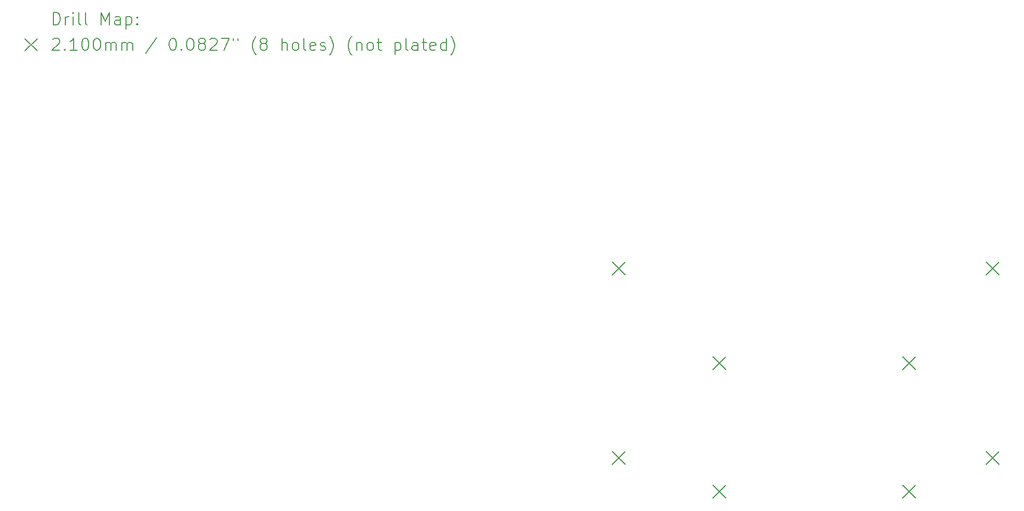
<source format=gbr>
%TF.GenerationSoftware,KiCad,Pcbnew,7.0.5*%
%TF.CreationDate,2024-02-27T08:06:42+01:00*%
%TF.ProjectId,Zeitmessung,5a656974-6d65-4737-9375-6e672e6b6963,rev?*%
%TF.SameCoordinates,Original*%
%TF.FileFunction,Drillmap*%
%TF.FilePolarity,Positive*%
%FSLAX45Y45*%
G04 Gerber Fmt 4.5, Leading zero omitted, Abs format (unit mm)*
G04 Created by KiCad (PCBNEW 7.0.5) date 2024-02-27 08:06:42*
%MOMM*%
%LPD*%
G01*
G04 APERTURE LIST*
%ADD10C,0.200000*%
%ADD11C,0.210000*%
G04 APERTURE END LIST*
D10*
D11*
X9395000Y-4195000D02*
X9605000Y-4405000D01*
X9605000Y-4195000D02*
X9395000Y-4405000D01*
X9395000Y-7295000D02*
X9605000Y-7505000D01*
X9605000Y-7295000D02*
X9395000Y-7505000D01*
X11035000Y-5745000D02*
X11245000Y-5955000D01*
X11245000Y-5745000D02*
X11035000Y-5955000D01*
X11035000Y-7845000D02*
X11245000Y-8055000D01*
X11245000Y-7845000D02*
X11035000Y-8055000D01*
X14135000Y-5745000D02*
X14345000Y-5955000D01*
X14345000Y-5745000D02*
X14135000Y-5955000D01*
X14135000Y-7845000D02*
X14345000Y-8055000D01*
X14345000Y-7845000D02*
X14135000Y-8055000D01*
X15495000Y-4195000D02*
X15705000Y-4405000D01*
X15705000Y-4195000D02*
X15495000Y-4405000D01*
X15495000Y-7295000D02*
X15705000Y-7505000D01*
X15705000Y-7295000D02*
X15495000Y-7505000D01*
D10*
X260777Y-311484D02*
X260777Y-111484D01*
X260777Y-111484D02*
X308396Y-111484D01*
X308396Y-111484D02*
X336967Y-121008D01*
X336967Y-121008D02*
X356015Y-140055D01*
X356015Y-140055D02*
X365539Y-159103D01*
X365539Y-159103D02*
X375062Y-197198D01*
X375062Y-197198D02*
X375062Y-225769D01*
X375062Y-225769D02*
X365539Y-263865D01*
X365539Y-263865D02*
X356015Y-282912D01*
X356015Y-282912D02*
X336967Y-301960D01*
X336967Y-301960D02*
X308396Y-311484D01*
X308396Y-311484D02*
X260777Y-311484D01*
X460777Y-311484D02*
X460777Y-178150D01*
X460777Y-216246D02*
X470301Y-197198D01*
X470301Y-197198D02*
X479824Y-187674D01*
X479824Y-187674D02*
X498872Y-178150D01*
X498872Y-178150D02*
X517920Y-178150D01*
X584586Y-311484D02*
X584586Y-178150D01*
X584586Y-111484D02*
X575063Y-121008D01*
X575063Y-121008D02*
X584586Y-130531D01*
X584586Y-130531D02*
X594110Y-121008D01*
X594110Y-121008D02*
X584586Y-111484D01*
X584586Y-111484D02*
X584586Y-130531D01*
X708396Y-311484D02*
X689348Y-301960D01*
X689348Y-301960D02*
X679824Y-282912D01*
X679824Y-282912D02*
X679824Y-111484D01*
X813158Y-311484D02*
X794110Y-301960D01*
X794110Y-301960D02*
X784586Y-282912D01*
X784586Y-282912D02*
X784586Y-111484D01*
X1041729Y-311484D02*
X1041729Y-111484D01*
X1041729Y-111484D02*
X1108396Y-254341D01*
X1108396Y-254341D02*
X1175063Y-111484D01*
X1175063Y-111484D02*
X1175063Y-311484D01*
X1356015Y-311484D02*
X1356015Y-206722D01*
X1356015Y-206722D02*
X1346491Y-187674D01*
X1346491Y-187674D02*
X1327444Y-178150D01*
X1327444Y-178150D02*
X1289348Y-178150D01*
X1289348Y-178150D02*
X1270301Y-187674D01*
X1356015Y-301960D02*
X1336967Y-311484D01*
X1336967Y-311484D02*
X1289348Y-311484D01*
X1289348Y-311484D02*
X1270301Y-301960D01*
X1270301Y-301960D02*
X1260777Y-282912D01*
X1260777Y-282912D02*
X1260777Y-263865D01*
X1260777Y-263865D02*
X1270301Y-244817D01*
X1270301Y-244817D02*
X1289348Y-235293D01*
X1289348Y-235293D02*
X1336967Y-235293D01*
X1336967Y-235293D02*
X1356015Y-225769D01*
X1451253Y-178150D02*
X1451253Y-378150D01*
X1451253Y-187674D02*
X1470301Y-178150D01*
X1470301Y-178150D02*
X1508396Y-178150D01*
X1508396Y-178150D02*
X1527443Y-187674D01*
X1527443Y-187674D02*
X1536967Y-197198D01*
X1536967Y-197198D02*
X1546491Y-216246D01*
X1546491Y-216246D02*
X1546491Y-273389D01*
X1546491Y-273389D02*
X1536967Y-292436D01*
X1536967Y-292436D02*
X1527443Y-301960D01*
X1527443Y-301960D02*
X1508396Y-311484D01*
X1508396Y-311484D02*
X1470301Y-311484D01*
X1470301Y-311484D02*
X1451253Y-301960D01*
X1632205Y-292436D02*
X1641729Y-301960D01*
X1641729Y-301960D02*
X1632205Y-311484D01*
X1632205Y-311484D02*
X1622682Y-301960D01*
X1622682Y-301960D02*
X1632205Y-292436D01*
X1632205Y-292436D02*
X1632205Y-311484D01*
X1632205Y-187674D02*
X1641729Y-197198D01*
X1641729Y-197198D02*
X1632205Y-206722D01*
X1632205Y-206722D02*
X1622682Y-197198D01*
X1622682Y-197198D02*
X1632205Y-187674D01*
X1632205Y-187674D02*
X1632205Y-206722D01*
X-200000Y-540000D02*
X0Y-740000D01*
X0Y-540000D02*
X-200000Y-740000D01*
X251253Y-550531D02*
X260777Y-541008D01*
X260777Y-541008D02*
X279824Y-531484D01*
X279824Y-531484D02*
X327444Y-531484D01*
X327444Y-531484D02*
X346491Y-541008D01*
X346491Y-541008D02*
X356015Y-550531D01*
X356015Y-550531D02*
X365539Y-569579D01*
X365539Y-569579D02*
X365539Y-588627D01*
X365539Y-588627D02*
X356015Y-617198D01*
X356015Y-617198D02*
X241729Y-731484D01*
X241729Y-731484D02*
X365539Y-731484D01*
X451253Y-712436D02*
X460777Y-721960D01*
X460777Y-721960D02*
X451253Y-731484D01*
X451253Y-731484D02*
X441729Y-721960D01*
X441729Y-721960D02*
X451253Y-712436D01*
X451253Y-712436D02*
X451253Y-731484D01*
X651253Y-731484D02*
X536967Y-731484D01*
X594110Y-731484D02*
X594110Y-531484D01*
X594110Y-531484D02*
X575063Y-560055D01*
X575063Y-560055D02*
X556015Y-579103D01*
X556015Y-579103D02*
X536967Y-588627D01*
X775062Y-531484D02*
X794110Y-531484D01*
X794110Y-531484D02*
X813158Y-541008D01*
X813158Y-541008D02*
X822682Y-550531D01*
X822682Y-550531D02*
X832205Y-569579D01*
X832205Y-569579D02*
X841729Y-607674D01*
X841729Y-607674D02*
X841729Y-655293D01*
X841729Y-655293D02*
X832205Y-693389D01*
X832205Y-693389D02*
X822682Y-712436D01*
X822682Y-712436D02*
X813158Y-721960D01*
X813158Y-721960D02*
X794110Y-731484D01*
X794110Y-731484D02*
X775062Y-731484D01*
X775062Y-731484D02*
X756015Y-721960D01*
X756015Y-721960D02*
X746491Y-712436D01*
X746491Y-712436D02*
X736967Y-693389D01*
X736967Y-693389D02*
X727443Y-655293D01*
X727443Y-655293D02*
X727443Y-607674D01*
X727443Y-607674D02*
X736967Y-569579D01*
X736967Y-569579D02*
X746491Y-550531D01*
X746491Y-550531D02*
X756015Y-541008D01*
X756015Y-541008D02*
X775062Y-531484D01*
X965539Y-531484D02*
X984586Y-531484D01*
X984586Y-531484D02*
X1003634Y-541008D01*
X1003634Y-541008D02*
X1013158Y-550531D01*
X1013158Y-550531D02*
X1022682Y-569579D01*
X1022682Y-569579D02*
X1032205Y-607674D01*
X1032205Y-607674D02*
X1032205Y-655293D01*
X1032205Y-655293D02*
X1022682Y-693389D01*
X1022682Y-693389D02*
X1013158Y-712436D01*
X1013158Y-712436D02*
X1003634Y-721960D01*
X1003634Y-721960D02*
X984586Y-731484D01*
X984586Y-731484D02*
X965539Y-731484D01*
X965539Y-731484D02*
X946491Y-721960D01*
X946491Y-721960D02*
X936967Y-712436D01*
X936967Y-712436D02*
X927443Y-693389D01*
X927443Y-693389D02*
X917920Y-655293D01*
X917920Y-655293D02*
X917920Y-607674D01*
X917920Y-607674D02*
X927443Y-569579D01*
X927443Y-569579D02*
X936967Y-550531D01*
X936967Y-550531D02*
X946491Y-541008D01*
X946491Y-541008D02*
X965539Y-531484D01*
X1117920Y-731484D02*
X1117920Y-598150D01*
X1117920Y-617198D02*
X1127444Y-607674D01*
X1127444Y-607674D02*
X1146491Y-598150D01*
X1146491Y-598150D02*
X1175063Y-598150D01*
X1175063Y-598150D02*
X1194110Y-607674D01*
X1194110Y-607674D02*
X1203634Y-626722D01*
X1203634Y-626722D02*
X1203634Y-731484D01*
X1203634Y-626722D02*
X1213158Y-607674D01*
X1213158Y-607674D02*
X1232205Y-598150D01*
X1232205Y-598150D02*
X1260777Y-598150D01*
X1260777Y-598150D02*
X1279825Y-607674D01*
X1279825Y-607674D02*
X1289348Y-626722D01*
X1289348Y-626722D02*
X1289348Y-731484D01*
X1384586Y-731484D02*
X1384586Y-598150D01*
X1384586Y-617198D02*
X1394110Y-607674D01*
X1394110Y-607674D02*
X1413158Y-598150D01*
X1413158Y-598150D02*
X1441729Y-598150D01*
X1441729Y-598150D02*
X1460777Y-607674D01*
X1460777Y-607674D02*
X1470301Y-626722D01*
X1470301Y-626722D02*
X1470301Y-731484D01*
X1470301Y-626722D02*
X1479824Y-607674D01*
X1479824Y-607674D02*
X1498872Y-598150D01*
X1498872Y-598150D02*
X1527443Y-598150D01*
X1527443Y-598150D02*
X1546491Y-607674D01*
X1546491Y-607674D02*
X1556015Y-626722D01*
X1556015Y-626722D02*
X1556015Y-731484D01*
X1946491Y-521960D02*
X1775063Y-779103D01*
X2203634Y-531484D02*
X2222682Y-531484D01*
X2222682Y-531484D02*
X2241729Y-541008D01*
X2241729Y-541008D02*
X2251253Y-550531D01*
X2251253Y-550531D02*
X2260777Y-569579D01*
X2260777Y-569579D02*
X2270301Y-607674D01*
X2270301Y-607674D02*
X2270301Y-655293D01*
X2270301Y-655293D02*
X2260777Y-693389D01*
X2260777Y-693389D02*
X2251253Y-712436D01*
X2251253Y-712436D02*
X2241729Y-721960D01*
X2241729Y-721960D02*
X2222682Y-731484D01*
X2222682Y-731484D02*
X2203634Y-731484D01*
X2203634Y-731484D02*
X2184587Y-721960D01*
X2184587Y-721960D02*
X2175063Y-712436D01*
X2175063Y-712436D02*
X2165539Y-693389D01*
X2165539Y-693389D02*
X2156015Y-655293D01*
X2156015Y-655293D02*
X2156015Y-607674D01*
X2156015Y-607674D02*
X2165539Y-569579D01*
X2165539Y-569579D02*
X2175063Y-550531D01*
X2175063Y-550531D02*
X2184587Y-541008D01*
X2184587Y-541008D02*
X2203634Y-531484D01*
X2356015Y-712436D02*
X2365539Y-721960D01*
X2365539Y-721960D02*
X2356015Y-731484D01*
X2356015Y-731484D02*
X2346491Y-721960D01*
X2346491Y-721960D02*
X2356015Y-712436D01*
X2356015Y-712436D02*
X2356015Y-731484D01*
X2489348Y-531484D02*
X2508396Y-531484D01*
X2508396Y-531484D02*
X2527444Y-541008D01*
X2527444Y-541008D02*
X2536968Y-550531D01*
X2536968Y-550531D02*
X2546491Y-569579D01*
X2546491Y-569579D02*
X2556015Y-607674D01*
X2556015Y-607674D02*
X2556015Y-655293D01*
X2556015Y-655293D02*
X2546491Y-693389D01*
X2546491Y-693389D02*
X2536968Y-712436D01*
X2536968Y-712436D02*
X2527444Y-721960D01*
X2527444Y-721960D02*
X2508396Y-731484D01*
X2508396Y-731484D02*
X2489348Y-731484D01*
X2489348Y-731484D02*
X2470301Y-721960D01*
X2470301Y-721960D02*
X2460777Y-712436D01*
X2460777Y-712436D02*
X2451253Y-693389D01*
X2451253Y-693389D02*
X2441729Y-655293D01*
X2441729Y-655293D02*
X2441729Y-607674D01*
X2441729Y-607674D02*
X2451253Y-569579D01*
X2451253Y-569579D02*
X2460777Y-550531D01*
X2460777Y-550531D02*
X2470301Y-541008D01*
X2470301Y-541008D02*
X2489348Y-531484D01*
X2670301Y-617198D02*
X2651253Y-607674D01*
X2651253Y-607674D02*
X2641729Y-598150D01*
X2641729Y-598150D02*
X2632206Y-579103D01*
X2632206Y-579103D02*
X2632206Y-569579D01*
X2632206Y-569579D02*
X2641729Y-550531D01*
X2641729Y-550531D02*
X2651253Y-541008D01*
X2651253Y-541008D02*
X2670301Y-531484D01*
X2670301Y-531484D02*
X2708396Y-531484D01*
X2708396Y-531484D02*
X2727444Y-541008D01*
X2727444Y-541008D02*
X2736968Y-550531D01*
X2736968Y-550531D02*
X2746491Y-569579D01*
X2746491Y-569579D02*
X2746491Y-579103D01*
X2746491Y-579103D02*
X2736968Y-598150D01*
X2736968Y-598150D02*
X2727444Y-607674D01*
X2727444Y-607674D02*
X2708396Y-617198D01*
X2708396Y-617198D02*
X2670301Y-617198D01*
X2670301Y-617198D02*
X2651253Y-626722D01*
X2651253Y-626722D02*
X2641729Y-636246D01*
X2641729Y-636246D02*
X2632206Y-655293D01*
X2632206Y-655293D02*
X2632206Y-693389D01*
X2632206Y-693389D02*
X2641729Y-712436D01*
X2641729Y-712436D02*
X2651253Y-721960D01*
X2651253Y-721960D02*
X2670301Y-731484D01*
X2670301Y-731484D02*
X2708396Y-731484D01*
X2708396Y-731484D02*
X2727444Y-721960D01*
X2727444Y-721960D02*
X2736968Y-712436D01*
X2736968Y-712436D02*
X2746491Y-693389D01*
X2746491Y-693389D02*
X2746491Y-655293D01*
X2746491Y-655293D02*
X2736968Y-636246D01*
X2736968Y-636246D02*
X2727444Y-626722D01*
X2727444Y-626722D02*
X2708396Y-617198D01*
X2822682Y-550531D02*
X2832206Y-541008D01*
X2832206Y-541008D02*
X2851253Y-531484D01*
X2851253Y-531484D02*
X2898872Y-531484D01*
X2898872Y-531484D02*
X2917920Y-541008D01*
X2917920Y-541008D02*
X2927444Y-550531D01*
X2927444Y-550531D02*
X2936967Y-569579D01*
X2936967Y-569579D02*
X2936967Y-588627D01*
X2936967Y-588627D02*
X2927444Y-617198D01*
X2927444Y-617198D02*
X2813158Y-731484D01*
X2813158Y-731484D02*
X2936967Y-731484D01*
X3003634Y-531484D02*
X3136967Y-531484D01*
X3136967Y-531484D02*
X3051253Y-731484D01*
X3203634Y-531484D02*
X3203634Y-569579D01*
X3279825Y-531484D02*
X3279825Y-569579D01*
X3575063Y-807674D02*
X3565539Y-798150D01*
X3565539Y-798150D02*
X3546491Y-769579D01*
X3546491Y-769579D02*
X3536968Y-750531D01*
X3536968Y-750531D02*
X3527444Y-721960D01*
X3527444Y-721960D02*
X3517920Y-674341D01*
X3517920Y-674341D02*
X3517920Y-636246D01*
X3517920Y-636246D02*
X3527444Y-588627D01*
X3527444Y-588627D02*
X3536968Y-560055D01*
X3536968Y-560055D02*
X3546491Y-541008D01*
X3546491Y-541008D02*
X3565539Y-512436D01*
X3565539Y-512436D02*
X3575063Y-502912D01*
X3679825Y-617198D02*
X3660777Y-607674D01*
X3660777Y-607674D02*
X3651253Y-598150D01*
X3651253Y-598150D02*
X3641729Y-579103D01*
X3641729Y-579103D02*
X3641729Y-569579D01*
X3641729Y-569579D02*
X3651253Y-550531D01*
X3651253Y-550531D02*
X3660777Y-541008D01*
X3660777Y-541008D02*
X3679825Y-531484D01*
X3679825Y-531484D02*
X3717920Y-531484D01*
X3717920Y-531484D02*
X3736968Y-541008D01*
X3736968Y-541008D02*
X3746491Y-550531D01*
X3746491Y-550531D02*
X3756015Y-569579D01*
X3756015Y-569579D02*
X3756015Y-579103D01*
X3756015Y-579103D02*
X3746491Y-598150D01*
X3746491Y-598150D02*
X3736968Y-607674D01*
X3736968Y-607674D02*
X3717920Y-617198D01*
X3717920Y-617198D02*
X3679825Y-617198D01*
X3679825Y-617198D02*
X3660777Y-626722D01*
X3660777Y-626722D02*
X3651253Y-636246D01*
X3651253Y-636246D02*
X3641729Y-655293D01*
X3641729Y-655293D02*
X3641729Y-693389D01*
X3641729Y-693389D02*
X3651253Y-712436D01*
X3651253Y-712436D02*
X3660777Y-721960D01*
X3660777Y-721960D02*
X3679825Y-731484D01*
X3679825Y-731484D02*
X3717920Y-731484D01*
X3717920Y-731484D02*
X3736968Y-721960D01*
X3736968Y-721960D02*
X3746491Y-712436D01*
X3746491Y-712436D02*
X3756015Y-693389D01*
X3756015Y-693389D02*
X3756015Y-655293D01*
X3756015Y-655293D02*
X3746491Y-636246D01*
X3746491Y-636246D02*
X3736968Y-626722D01*
X3736968Y-626722D02*
X3717920Y-617198D01*
X3994110Y-731484D02*
X3994110Y-531484D01*
X4079825Y-731484D02*
X4079825Y-626722D01*
X4079825Y-626722D02*
X4070301Y-607674D01*
X4070301Y-607674D02*
X4051253Y-598150D01*
X4051253Y-598150D02*
X4022682Y-598150D01*
X4022682Y-598150D02*
X4003634Y-607674D01*
X4003634Y-607674D02*
X3994110Y-617198D01*
X4203634Y-731484D02*
X4184587Y-721960D01*
X4184587Y-721960D02*
X4175063Y-712436D01*
X4175063Y-712436D02*
X4165539Y-693389D01*
X4165539Y-693389D02*
X4165539Y-636246D01*
X4165539Y-636246D02*
X4175063Y-617198D01*
X4175063Y-617198D02*
X4184587Y-607674D01*
X4184587Y-607674D02*
X4203634Y-598150D01*
X4203634Y-598150D02*
X4232206Y-598150D01*
X4232206Y-598150D02*
X4251253Y-607674D01*
X4251253Y-607674D02*
X4260777Y-617198D01*
X4260777Y-617198D02*
X4270301Y-636246D01*
X4270301Y-636246D02*
X4270301Y-693389D01*
X4270301Y-693389D02*
X4260777Y-712436D01*
X4260777Y-712436D02*
X4251253Y-721960D01*
X4251253Y-721960D02*
X4232206Y-731484D01*
X4232206Y-731484D02*
X4203634Y-731484D01*
X4384587Y-731484D02*
X4365539Y-721960D01*
X4365539Y-721960D02*
X4356015Y-702912D01*
X4356015Y-702912D02*
X4356015Y-531484D01*
X4536968Y-721960D02*
X4517920Y-731484D01*
X4517920Y-731484D02*
X4479825Y-731484D01*
X4479825Y-731484D02*
X4460777Y-721960D01*
X4460777Y-721960D02*
X4451253Y-702912D01*
X4451253Y-702912D02*
X4451253Y-626722D01*
X4451253Y-626722D02*
X4460777Y-607674D01*
X4460777Y-607674D02*
X4479825Y-598150D01*
X4479825Y-598150D02*
X4517920Y-598150D01*
X4517920Y-598150D02*
X4536968Y-607674D01*
X4536968Y-607674D02*
X4546492Y-626722D01*
X4546492Y-626722D02*
X4546492Y-645770D01*
X4546492Y-645770D02*
X4451253Y-664817D01*
X4622682Y-721960D02*
X4641730Y-731484D01*
X4641730Y-731484D02*
X4679825Y-731484D01*
X4679825Y-731484D02*
X4698873Y-721960D01*
X4698873Y-721960D02*
X4708396Y-702912D01*
X4708396Y-702912D02*
X4708396Y-693389D01*
X4708396Y-693389D02*
X4698873Y-674341D01*
X4698873Y-674341D02*
X4679825Y-664817D01*
X4679825Y-664817D02*
X4651253Y-664817D01*
X4651253Y-664817D02*
X4632206Y-655293D01*
X4632206Y-655293D02*
X4622682Y-636246D01*
X4622682Y-636246D02*
X4622682Y-626722D01*
X4622682Y-626722D02*
X4632206Y-607674D01*
X4632206Y-607674D02*
X4651253Y-598150D01*
X4651253Y-598150D02*
X4679825Y-598150D01*
X4679825Y-598150D02*
X4698873Y-607674D01*
X4775063Y-807674D02*
X4784587Y-798150D01*
X4784587Y-798150D02*
X4803634Y-769579D01*
X4803634Y-769579D02*
X4813158Y-750531D01*
X4813158Y-750531D02*
X4822682Y-721960D01*
X4822682Y-721960D02*
X4832206Y-674341D01*
X4832206Y-674341D02*
X4832206Y-636246D01*
X4832206Y-636246D02*
X4822682Y-588627D01*
X4822682Y-588627D02*
X4813158Y-560055D01*
X4813158Y-560055D02*
X4803634Y-541008D01*
X4803634Y-541008D02*
X4784587Y-512436D01*
X4784587Y-512436D02*
X4775063Y-502912D01*
X5136968Y-807674D02*
X5127444Y-798150D01*
X5127444Y-798150D02*
X5108396Y-769579D01*
X5108396Y-769579D02*
X5098873Y-750531D01*
X5098873Y-750531D02*
X5089349Y-721960D01*
X5089349Y-721960D02*
X5079825Y-674341D01*
X5079825Y-674341D02*
X5079825Y-636246D01*
X5079825Y-636246D02*
X5089349Y-588627D01*
X5089349Y-588627D02*
X5098873Y-560055D01*
X5098873Y-560055D02*
X5108396Y-541008D01*
X5108396Y-541008D02*
X5127444Y-512436D01*
X5127444Y-512436D02*
X5136968Y-502912D01*
X5213158Y-598150D02*
X5213158Y-731484D01*
X5213158Y-617198D02*
X5222682Y-607674D01*
X5222682Y-607674D02*
X5241730Y-598150D01*
X5241730Y-598150D02*
X5270301Y-598150D01*
X5270301Y-598150D02*
X5289349Y-607674D01*
X5289349Y-607674D02*
X5298873Y-626722D01*
X5298873Y-626722D02*
X5298873Y-731484D01*
X5422682Y-731484D02*
X5403634Y-721960D01*
X5403634Y-721960D02*
X5394111Y-712436D01*
X5394111Y-712436D02*
X5384587Y-693389D01*
X5384587Y-693389D02*
X5384587Y-636246D01*
X5384587Y-636246D02*
X5394111Y-617198D01*
X5394111Y-617198D02*
X5403634Y-607674D01*
X5403634Y-607674D02*
X5422682Y-598150D01*
X5422682Y-598150D02*
X5451254Y-598150D01*
X5451254Y-598150D02*
X5470301Y-607674D01*
X5470301Y-607674D02*
X5479825Y-617198D01*
X5479825Y-617198D02*
X5489349Y-636246D01*
X5489349Y-636246D02*
X5489349Y-693389D01*
X5489349Y-693389D02*
X5479825Y-712436D01*
X5479825Y-712436D02*
X5470301Y-721960D01*
X5470301Y-721960D02*
X5451254Y-731484D01*
X5451254Y-731484D02*
X5422682Y-731484D01*
X5546492Y-598150D02*
X5622682Y-598150D01*
X5575063Y-531484D02*
X5575063Y-702912D01*
X5575063Y-702912D02*
X5584587Y-721960D01*
X5584587Y-721960D02*
X5603634Y-731484D01*
X5603634Y-731484D02*
X5622682Y-731484D01*
X5841730Y-598150D02*
X5841730Y-798150D01*
X5841730Y-607674D02*
X5860777Y-598150D01*
X5860777Y-598150D02*
X5898873Y-598150D01*
X5898873Y-598150D02*
X5917920Y-607674D01*
X5917920Y-607674D02*
X5927444Y-617198D01*
X5927444Y-617198D02*
X5936968Y-636246D01*
X5936968Y-636246D02*
X5936968Y-693389D01*
X5936968Y-693389D02*
X5927444Y-712436D01*
X5927444Y-712436D02*
X5917920Y-721960D01*
X5917920Y-721960D02*
X5898873Y-731484D01*
X5898873Y-731484D02*
X5860777Y-731484D01*
X5860777Y-731484D02*
X5841730Y-721960D01*
X6051253Y-731484D02*
X6032206Y-721960D01*
X6032206Y-721960D02*
X6022682Y-702912D01*
X6022682Y-702912D02*
X6022682Y-531484D01*
X6213158Y-731484D02*
X6213158Y-626722D01*
X6213158Y-626722D02*
X6203634Y-607674D01*
X6203634Y-607674D02*
X6184587Y-598150D01*
X6184587Y-598150D02*
X6146492Y-598150D01*
X6146492Y-598150D02*
X6127444Y-607674D01*
X6213158Y-721960D02*
X6194111Y-731484D01*
X6194111Y-731484D02*
X6146492Y-731484D01*
X6146492Y-731484D02*
X6127444Y-721960D01*
X6127444Y-721960D02*
X6117920Y-702912D01*
X6117920Y-702912D02*
X6117920Y-683865D01*
X6117920Y-683865D02*
X6127444Y-664817D01*
X6127444Y-664817D02*
X6146492Y-655293D01*
X6146492Y-655293D02*
X6194111Y-655293D01*
X6194111Y-655293D02*
X6213158Y-645770D01*
X6279825Y-598150D02*
X6356015Y-598150D01*
X6308396Y-531484D02*
X6308396Y-702912D01*
X6308396Y-702912D02*
X6317920Y-721960D01*
X6317920Y-721960D02*
X6336968Y-731484D01*
X6336968Y-731484D02*
X6356015Y-731484D01*
X6498873Y-721960D02*
X6479825Y-731484D01*
X6479825Y-731484D02*
X6441730Y-731484D01*
X6441730Y-731484D02*
X6422682Y-721960D01*
X6422682Y-721960D02*
X6413158Y-702912D01*
X6413158Y-702912D02*
X6413158Y-626722D01*
X6413158Y-626722D02*
X6422682Y-607674D01*
X6422682Y-607674D02*
X6441730Y-598150D01*
X6441730Y-598150D02*
X6479825Y-598150D01*
X6479825Y-598150D02*
X6498873Y-607674D01*
X6498873Y-607674D02*
X6508396Y-626722D01*
X6508396Y-626722D02*
X6508396Y-645770D01*
X6508396Y-645770D02*
X6413158Y-664817D01*
X6679825Y-731484D02*
X6679825Y-531484D01*
X6679825Y-721960D02*
X6660777Y-731484D01*
X6660777Y-731484D02*
X6622682Y-731484D01*
X6622682Y-731484D02*
X6603634Y-721960D01*
X6603634Y-721960D02*
X6594111Y-712436D01*
X6594111Y-712436D02*
X6584587Y-693389D01*
X6584587Y-693389D02*
X6584587Y-636246D01*
X6584587Y-636246D02*
X6594111Y-617198D01*
X6594111Y-617198D02*
X6603634Y-607674D01*
X6603634Y-607674D02*
X6622682Y-598150D01*
X6622682Y-598150D02*
X6660777Y-598150D01*
X6660777Y-598150D02*
X6679825Y-607674D01*
X6756015Y-807674D02*
X6765539Y-798150D01*
X6765539Y-798150D02*
X6784587Y-769579D01*
X6784587Y-769579D02*
X6794111Y-750531D01*
X6794111Y-750531D02*
X6803634Y-721960D01*
X6803634Y-721960D02*
X6813158Y-674341D01*
X6813158Y-674341D02*
X6813158Y-636246D01*
X6813158Y-636246D02*
X6803634Y-588627D01*
X6803634Y-588627D02*
X6794111Y-560055D01*
X6794111Y-560055D02*
X6784587Y-541008D01*
X6784587Y-541008D02*
X6765539Y-512436D01*
X6765539Y-512436D02*
X6756015Y-502912D01*
M02*

</source>
